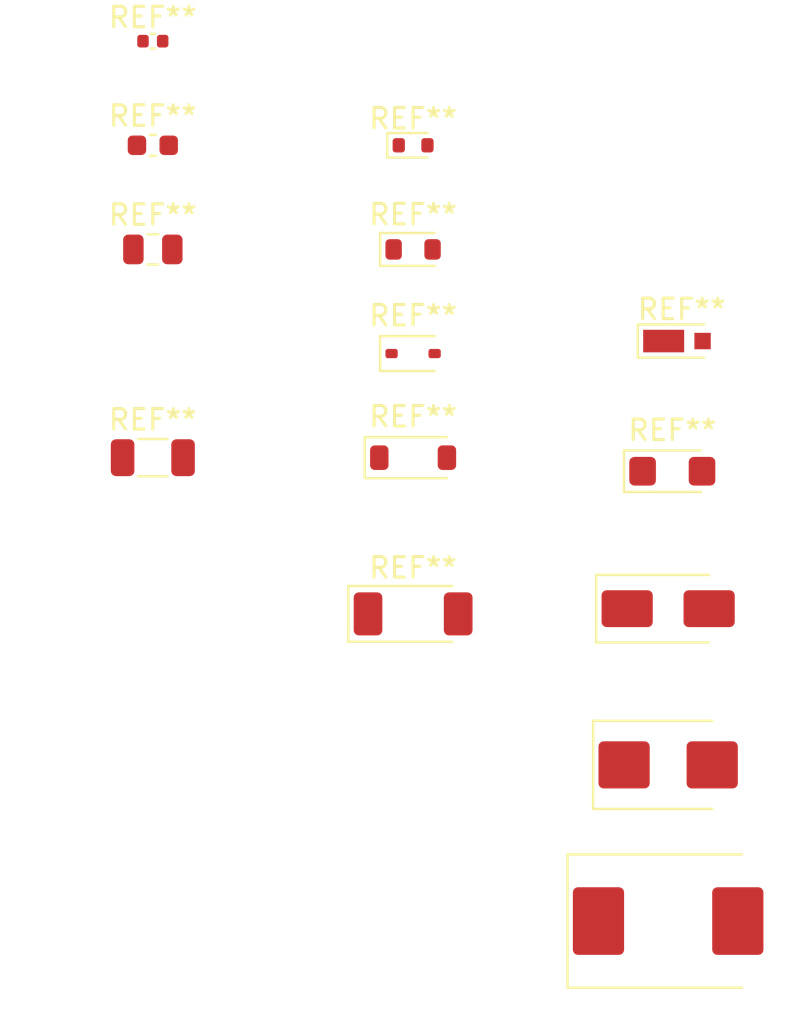
<source format=kicad_pcb>
(kicad_pcb (version 20240108) (generator "pcbnew") (generator_version "8.0")
  (layers (0 "F.Cu" signal) (31 "B.Cu" signal) (34 "B.Paste" user) (35 "F.Paste" user) (36 "B.SilkS" user "B.Silkscreen") (37 "F.SilkS" user "F.Silkscreen") (38 "B.Mask" user) (39 "F.Mask" user) (44 "Edge.Cuts" user))
  (net 0 "")
  (footprint "Capacitor_SMD:C_0805_2012Metric" (layer "F.Cu") (at 86.36 76.2)
    (property "Reference" "REF**" (at 0 -1.68 0) (layer "F.SilkS"))
    (property "Value" "C_0805_2012Metric")
    (fp_line (start -0.261252 -0.735) (end 0.261252 -0.735) (stroke (width 0.12)) (layer "F.SilkS"))
    (fp_line (start -0.261252 0.735) (end 0.261252 0.735) (stroke (width 0.12)) (layer "F.SilkS"))
    (pad "1" smd roundrect (at -0.95 0) (size 1 1.45) (layers "F.Cu" "F.Paste" "F.Mask"))
    (pad "2" smd roundrect (at 0.95 0) (size 1 1.45) (layers "F.Cu" "F.Paste" "F.Mask"))
  )
  (footprint "Diode_SMD:D_SOD-523" (layer "F.Cu") (at 99.06 71.12)
    (property "Reference" "REF**" (at 0 -1.3 0) (layer "F.SilkS"))
    (property "Value" "D_SOD-523")
    (fp_line (start -1.26 -0.6) (end -1.26 0.6) (stroke (width 0.12)) (layer "F.SilkS"))
    (fp_line (start 0.7 -0.6) (end -1.26 -0.6) (stroke (width 0.12)) (layer "F.SilkS"))
    (fp_line (start 0.7 0.6) (end -1.26 0.6) (stroke (width 0.12)) (layer "F.SilkS"))
    (pad "1" smd roundrect (at -0.7 0 180) (size 0.6 0.7) (layers "F.Cu" "F.Paste" "F.Mask"))
    (pad "2" smd roundrect (at 0.7 0 180) (size 0.6 0.7) (layers "F.Cu" "F.Paste" "F.Mask"))
  )
  (footprint "Capacitor_SMD:C_1206_3216Metric" (layer "F.Cu") (at 86.36 86.36)
    (property "Reference" "REF**" (at 0 -1.85 0) (layer "F.SilkS"))
    (property "Value" "C_1206_3216Metric")
    (fp_line (start -0.711252 -0.91) (end 0.711252 -0.91) (stroke (width 0.12)) (layer "F.SilkS"))
    (fp_line (start -0.711252 0.91) (end 0.711252 0.91) (stroke (width 0.12)) (layer "F.SilkS"))
    (pad "1" smd roundrect (at -1.475 0) (size 1.15 1.8) (layers "F.Cu" "F.Paste" "F.Mask") (roundrect_rratio 0.217391))
    (pad "2" smd roundrect (at 1.475 0) (size 1.15 1.8) (layers "F.Cu" "F.Paste" "F.Mask") (roundrect_rratio 0.217391))
  )
  (footprint "Capacitor_SMD:C_0603_1608Metric" (layer "F.Cu") (at 86.36 71.12)
    (property "Reference" "REF**" (at 0 -1.43 0) (layer "F.SilkS"))
    (property "Value" "C_0603_1608Metric")
    (fp_line (start -0.14058 -0.51) (end 0.14058 -0.51) (stroke (width 0.12)) (layer "F.SilkS"))
    (fp_line (start -0.14058 0.51) (end 0.14058 0.51) (stroke (width 0.12)) (layer "F.SilkS"))
    (pad "1" smd roundrect (at -0.775 0) (size 0.9 0.95) (layers "F.Cu" "F.Paste" "F.Mask"))
    (pad "2" smd roundrect (at 0.775 0) (size 0.9 0.95) (layers "F.Cu" "F.Paste" "F.Mask"))
  )
  (footprint "Diode_SMD:D_SOD-110" (layer "F.Cu") (at 99.06 76.2)
    (property "Reference" "REF**" (at 0 -1.7 0) (layer "F.SilkS"))
    (property "Value" "D_SOD-110")
    (fp_line (start -1.61 -0.8) (end -1.61 0.8) (stroke (width 0.12)) (layer "F.SilkS"))
    (fp_line (start -1.61 -0.8) (end 1.05 -0.8) (stroke (width 0.12)) (layer "F.SilkS"))
    (fp_line (start -1.61 0.8) (end 1.05 0.8) (stroke (width 0.12)) (layer "F.SilkS"))
    (pad "1" smd roundrect (at -0.95 0) (size 0.8 1) (layers "F.Cu" "F.Paste" "F.Mask"))
    (pad "2" smd roundrect (at 0.95 0) (size 0.8 1) (layers "F.Cu" "F.Paste" "F.Mask"))
  )
  (footprint "Diode_SMD:D_SMC" (layer "F.Cu") (at 111.506 108.966)
    (property "Reference" "REF**" (hide yes))
    (property "Value" "D_SMC")
    (fp_line (start -4.91 -3.25) (end 3.6 -3.25) (stroke (width 0.12)) (layer "F.SilkS"))
    (fp_line (start -4.91 3.25) (end -4.91 -3.25) (stroke (width 0.12)) (layer "F.SilkS"))
    (fp_line (start -4.91 3.25) (end 3.6 3.25) (stroke (width 0.12)) (layer "F.SilkS"))
    (pad "1" smd roundrect (at -3.4 0 90) (size 3.3 2.5) (layers "F.Cu" "F.Paste" "F.Mask") (roundrect_rratio 0.1))
    (pad "2" smd roundrect (at 3.4 0 90) (size 3.3 2.5) (layers "F.Cu" "F.Paste" "F.Mask") (roundrect_rratio 0.1))
  )
  (footprint "Diode_SMD:D_MicroSMP_AK" (layer "F.Cu") (at 112.1664 80.6704)
    (property "Reference" "REF**" (at 0 -1.55 0) (layer "F.SilkS"))
    (property "Value" "D_MicroSMP_AK")
    (fp_line (start -2.14 -0.81) (end -2.14 0.81) (stroke (width 0.12)) (layer "F.SilkS"))
    (fp_line (start -2.14 -0.81) (end 1.1 -0.81) (stroke (width 0.12)) (layer "F.SilkS"))
    (fp_line (start -2.14 0.81) (end 1.1 0.81) (stroke (width 0.12)) (layer "F.SilkS"))
    (pad "1" smd rect (at -0.88 0) (size 2 1.1) (layers "F.Cu" "F.Paste" "F.Mask"))
    (pad "2" smd rect (at 1.02 0) (size 0.8 0.8) (layers "F.Cu" "F.Paste" "F.Mask"))
  )
  (footprint "Diode_SMD:D_SMA" (layer "F.Cu") (at 111.506 93.726)
    (property "Reference" "REF**" (hide yes))
    (property "Value" "D_SMA / DO-214")
    (fp_line (start -3.51 -1.65) (end -3.51 1.65) (stroke (width 0.12)) (layer "F.SilkS"))
    (fp_line (start -3.51 -1.65) (end 2 -1.65) (stroke (width 0.12)) (layer "F.SilkS"))
    (fp_line (start -3.51 1.65) (end 2 1.65) (stroke (width 0.12)) (layer "F.SilkS"))
    (pad "1" smd roundrect (at -2 0) (size 2.5 1.8) (layers "F.Cu" "F.Paste" "F.Mask") (roundrect_rratio 0.1388888889))
    (pad "2" smd roundrect (at 2 0) (size 2.5 1.8) (layers "F.Cu" "F.Paste" "F.Mask") (roundrect_rratio 0.1388888889))
  )
  (footprint "Diode_SMD:D_SOD-128" (layer "F.Cu") (at 99.06 93.98)
    (property "Reference" "REF**" (at 0 -2.25 0) (layer "F.SilkS"))
    (property "Value" "D_SOD-128")
    (fp_line (start -3.16 -1.36) (end -3.16 1.36) (stroke (width 0.12)) (layer "F.SilkS"))
    (fp_line (start -3.16 -1.36) (end 1.9 -1.36) (stroke (width 0.12)) (layer "F.SilkS"))
    (fp_line (start -3.16 1.36) (end 1.9 1.36) (stroke (width 0.12)) (layer "F.SilkS"))
    (pad "1" smd roundrect (at -2.2 0) (size 1.4 2.1) (layers "F.Cu" "F.Paste" "F.Mask") (roundrect_rratio 0.1785714286))
    (pad "2" smd roundrect (at 2.2 0) (size 1.4 2.1) (layers "F.Cu" "F.Paste" "F.Mask") (roundrect_rratio 0.1785714286))
  )
  (footprint "Diode_SMD:D_SMF" (layer "F.Cu") (at 111.7092 87.0204)
    (property "Reference" "REF**" (at 0 -2 0) (layer "F.SilkS"))
    (property "Value" "D_SMF / DO-219")
    (fp_line (start -2.36 -1.01) (end -2.36 1.01) (stroke (width 0.12)) (layer "F.SilkS"))
    (fp_line (start -2.36 -1.01) (end 1.4 -1.01) (stroke (width 0.12)) (layer "F.SilkS"))
    (fp_line (start -2.36 1.01) (end 1.4 1.01) (stroke (width 0.12)) (layer "F.SilkS"))
    (pad "1" smd roundrect (at -1.45 0) (size 1.3 1.4) (layers "F.Cu" "F.Paste" "F.Mask") (roundrect_rratio 0.1923076923))
    (pad "2" smd roundrect (at 1.45 0) (size 1.3 1.4) (layers "F.Cu" "F.Paste" "F.Mask") (roundrect_rratio 0.1923076923))
  )
  (footprint "Capacitor_SMD:C_0402_1005Metric" (layer "F.Cu") (at 86.36 66.04)
    (property "Reference" "REF**" (at 0 -1.16 0) (layer "F.SilkS"))
    (property "Value" "C_0402_1005Metric")
    (fp_line (start -0.107836 -0.36) (end 0.107836 -0.36) (stroke (width 0.12)) (layer "F.SilkS"))
    (fp_line (start -0.107836 0.36) (end 0.107836 0.36) (stroke (width 0.12)) (layer "F.SilkS"))
    (pad "1" smd roundrect (at -0.48 0) (size 0.56 0.62) (layers "F.Cu" "F.Paste" "F.Mask"))
    (pad "2" smd roundrect (at 0.48 0) (size 0.56 0.62) (layers "F.Cu" "F.Paste" "F.Mask"))
  )
  (footprint "Diode_SMD:D_SOD-123" (layer "F.Cu") (at 99.06 86.36)
    (property "Reference" "REF**" (at 0 -2 0) (layer "F.SilkS"))
    (property "Value" "D_SOD-123")
    (fp_line (start -2.36 -1) (end -2.36 1) (stroke (width 0.12)) (layer "F.SilkS"))
    (fp_line (start -2.36 -1) (end 1.65 -1) (stroke (width 0.12)) (layer "F.SilkS"))
    (fp_line (start -2.36 1) (end 1.65 1) (stroke (width 0.12)) (layer "F.SilkS"))
    (pad "1" smd roundrect (at -1.65 0) (size 0.9 1.2) (layers "F.Cu" "F.Paste" "F.Mask"))
    (pad "2" smd roundrect (at 1.65 0) (size 0.9 1.2) (layers "F.Cu" "F.Paste" "F.Mask"))
  )
  (footprint "Diode_SMD:D_SMB" (layer "F.Cu") (at 111.506 101.346)
    (property "Reference" "REF**" (hide yes))
    (property "Value" "D_SMB")
    (fp_line (start -3.66 -2.15) (end -3.66 2.15) (stroke (width 0.12)) (layer "F.SilkS"))
    (fp_line (start -3.66 -2.15) (end 2.15 -2.15) (stroke (width 0.12)) (layer "F.SilkS"))
    (fp_line (start -3.66 2.15) (end 2.15 2.15) (stroke (width 0.12)) (layer "F.SilkS"))
    (pad "1" smd roundrect (at -2.15 0) (size 2.5 2.3) (layers "F.Cu" "F.Paste" "F.Mask") (roundrect_rratio 0.1086956522))
    (pad "2" smd roundrect (at 2.15 0) (size 2.5 2.3) (layers "F.Cu" "F.Paste" "F.Mask") (roundrect_rratio 0.1086956522))
  )
  (footprint "Diode_SMD:D_SOD-323" (layer "F.Cu") (at 99.06 81.28)
    (property "Reference" "REF**" (at 0 -1.85 0) (layer "F.SilkS"))
    (property "Value" "D_SOD-323")
    (fp_line (start -1.61 -0.85) (end -1.61 0.85) (stroke (width 0.12)) (layer "F.SilkS"))
    (fp_line (start -1.61 -0.85) (end 1.05 -0.85) (stroke (width 0.12)) (layer "F.SilkS"))
    (fp_line (start -1.61 0.85) (end 1.05 0.85) (stroke (width 0.12)) (layer "F.SilkS"))
    (pad "1" smd roundrect (at -1.05 0) (size 0.6 0.45) (layers "F.Cu" "F.Paste" "F.Mask"))
    (pad "2" smd roundrect (at 1.05 0) (size 0.6 0.45) (layers "F.Cu" "F.Paste" "F.Mask"))
  )
)
</source>
